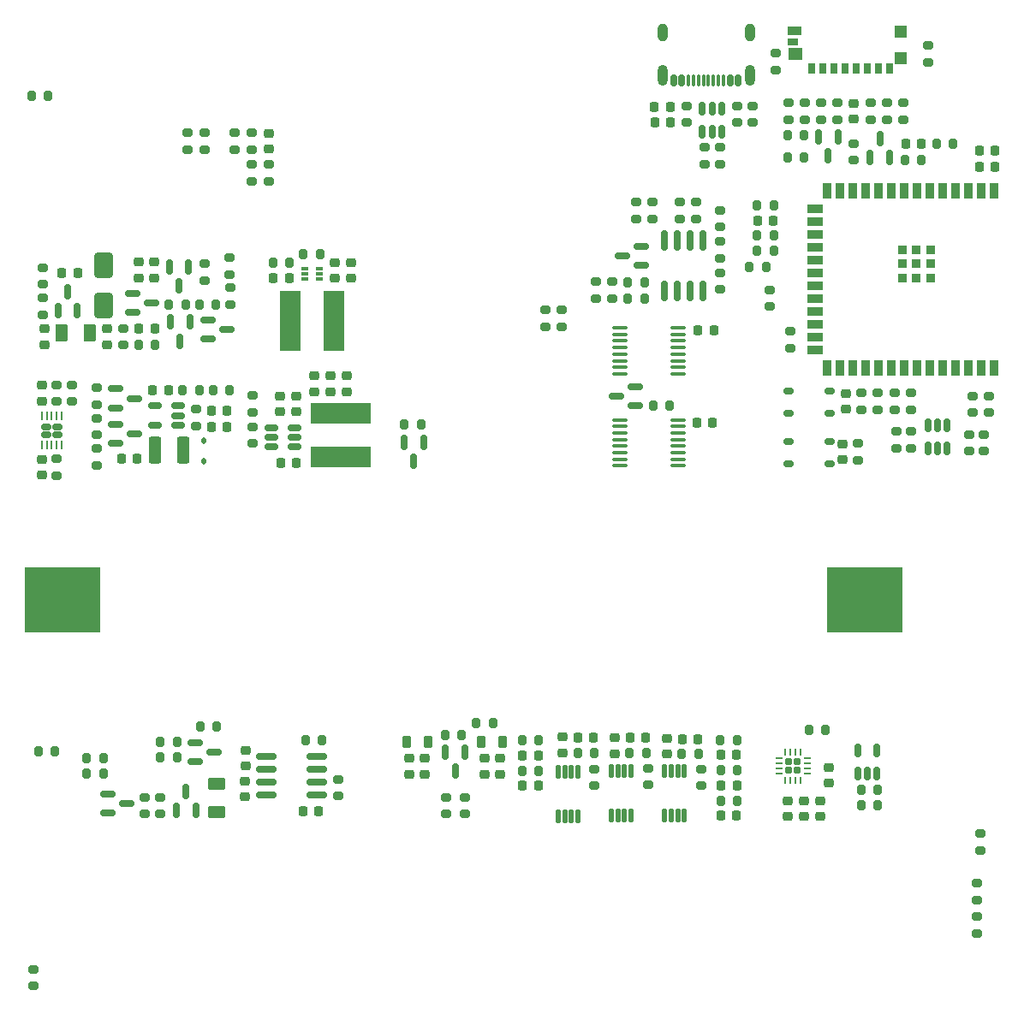
<source format=gtp>
G04 #@! TF.GenerationSoftware,KiCad,Pcbnew,8.0.4*
G04 #@! TF.CreationDate,2025-03-13T03:49:55-05:00*
G04 #@! TF.ProjectId,Unify_1,556e6966-795f-4312-9e6b-696361645f70,rev?*
G04 #@! TF.SameCoordinates,Original*
G04 #@! TF.FileFunction,Paste,Top*
G04 #@! TF.FilePolarity,Positive*
%FSLAX46Y46*%
G04 Gerber Fmt 4.6, Leading zero omitted, Abs format (unit mm)*
G04 Created by KiCad (PCBNEW 8.0.4) date 2025-03-13 03:49:55*
%MOMM*%
%LPD*%
G01*
G04 APERTURE LIST*
G04 Aperture macros list*
%AMRoundRect*
0 Rectangle with rounded corners*
0 $1 Rounding radius*
0 $2 $3 $4 $5 $6 $7 $8 $9 X,Y pos of 4 corners*
0 Add a 4 corners polygon primitive as box body*
4,1,4,$2,$3,$4,$5,$6,$7,$8,$9,$2,$3,0*
0 Add four circle primitives for the rounded corners*
1,1,$1+$1,$2,$3*
1,1,$1+$1,$4,$5*
1,1,$1+$1,$6,$7*
1,1,$1+$1,$8,$9*
0 Add four rect primitives between the rounded corners*
20,1,$1+$1,$2,$3,$4,$5,0*
20,1,$1+$1,$4,$5,$6,$7,0*
20,1,$1+$1,$6,$7,$8,$9,0*
20,1,$1+$1,$8,$9,$2,$3,0*%
G04 Aperture macros list end*
%ADD10R,0.900000X1.500000*%
%ADD11R,1.500000X0.900000*%
%ADD12R,0.900000X0.900000*%
%ADD13RoundRect,0.200000X-0.275000X0.200000X-0.275000X-0.200000X0.275000X-0.200000X0.275000X0.200000X0*%
%ADD14R,2.006600X5.994400*%
%ADD15R,5.994400X2.006600*%
%ADD16RoundRect,0.060000X-0.060000X-0.240000X0.060000X-0.240000X0.060000X0.240000X-0.060000X0.240000X0*%
%ADD17RoundRect,0.060000X0.240000X-0.060000X0.240000X0.060000X-0.240000X0.060000X-0.240000X-0.060000X0*%
%ADD18RoundRect,0.060000X-0.240000X0.060000X-0.240000X-0.060000X0.240000X-0.060000X0.240000X0.060000X0*%
%ADD19RoundRect,0.170000X-0.170000X-0.170000X0.170000X-0.170000X0.170000X0.170000X-0.170000X0.170000X0*%
%ADD20RoundRect,0.225000X0.250000X-0.225000X0.250000X0.225000X-0.250000X0.225000X-0.250000X-0.225000X0*%
%ADD21RoundRect,0.225000X0.225000X0.250000X-0.225000X0.250000X-0.225000X-0.250000X0.225000X-0.250000X0*%
%ADD22RoundRect,0.225000X-0.250000X0.225000X-0.250000X-0.225000X0.250000X-0.225000X0.250000X0.225000X0*%
%ADD23RoundRect,0.225000X-0.225000X-0.250000X0.225000X-0.250000X0.225000X0.250000X-0.225000X0.250000X0*%
%ADD24RoundRect,0.200000X0.275000X-0.200000X0.275000X0.200000X-0.275000X0.200000X-0.275000X-0.200000X0*%
%ADD25R,7.460000X6.470000*%
%ADD26RoundRect,0.112500X0.112500X-0.587500X0.112500X0.587500X-0.112500X0.587500X-0.112500X-0.587500X0*%
%ADD27RoundRect,0.150000X0.512500X0.150000X-0.512500X0.150000X-0.512500X-0.150000X0.512500X-0.150000X0*%
%ADD28RoundRect,0.200000X0.200000X0.275000X-0.200000X0.275000X-0.200000X-0.275000X0.200000X-0.275000X0*%
%ADD29RoundRect,0.250000X-0.375000X-1.075000X0.375000X-1.075000X0.375000X1.075000X-0.375000X1.075000X0*%
%ADD30RoundRect,0.112500X-0.112500X0.187500X-0.112500X-0.187500X0.112500X-0.187500X0.112500X0.187500X0*%
%ADD31R,0.711200X0.990600*%
%ADD32R,1.143000X1.193800*%
%ADD33R,1.447800X1.193800*%
%ADD34R,0.990600X0.711200*%
%ADD35R,1.397000X0.889000*%
%ADD36RoundRect,0.085000X-0.265000X-0.085000X0.265000X-0.085000X0.265000X0.085000X-0.265000X0.085000X0*%
%ADD37RoundRect,0.100000X-0.637500X-0.100000X0.637500X-0.100000X0.637500X0.100000X-0.637500X0.100000X0*%
%ADD38RoundRect,0.062500X0.062500X-0.350000X0.062500X0.350000X-0.062500X0.350000X-0.062500X-0.350000X0*%
%ADD39RoundRect,0.160000X0.315000X-0.160000X0.315000X0.160000X-0.315000X0.160000X-0.315000X-0.160000X0*%
%ADD40RoundRect,0.200000X-0.200000X-0.275000X0.200000X-0.275000X0.200000X0.275000X-0.200000X0.275000X0*%
%ADD41RoundRect,0.150000X-0.587500X-0.150000X0.587500X-0.150000X0.587500X0.150000X-0.587500X0.150000X0*%
%ADD42RoundRect,0.150000X0.150000X-0.587500X0.150000X0.587500X-0.150000X0.587500X-0.150000X-0.587500X0*%
%ADD43RoundRect,0.150000X0.587500X0.150000X-0.587500X0.150000X-0.587500X-0.150000X0.587500X-0.150000X0*%
%ADD44RoundRect,0.150000X-0.150000X0.587500X-0.150000X-0.587500X0.150000X-0.587500X0.150000X0.587500X0*%
%ADD45RoundRect,0.250000X0.625000X-0.375000X0.625000X0.375000X-0.625000X0.375000X-0.625000X-0.375000X0*%
%ADD46RoundRect,0.250000X0.650000X-1.000000X0.650000X1.000000X-0.650000X1.000000X-0.650000X-1.000000X0*%
%ADD47RoundRect,0.218750X-0.218750X-0.256250X0.218750X-0.256250X0.218750X0.256250X-0.218750X0.256250X0*%
%ADD48O,1.000000X1.800000*%
%ADD49O,1.000000X2.100000*%
%ADD50RoundRect,0.150000X0.150000X0.425000X-0.150000X0.425000X-0.150000X-0.425000X0.150000X-0.425000X0*%
%ADD51RoundRect,0.075000X0.075000X0.500000X-0.075000X0.500000X-0.075000X-0.500000X0.075000X-0.500000X0*%
%ADD52RoundRect,0.250000X0.375000X0.625000X-0.375000X0.625000X-0.375000X-0.625000X0.375000X-0.625000X0*%
%ADD53RoundRect,0.218750X-0.218750X-0.381250X0.218750X-0.381250X0.218750X0.381250X-0.218750X0.381250X0*%
%ADD54RoundRect,0.150000X0.150000X-0.825000X0.150000X0.825000X-0.150000X0.825000X-0.150000X-0.825000X0*%
%ADD55RoundRect,0.150000X-0.825000X-0.150000X0.825000X-0.150000X0.825000X0.150000X-0.825000X0.150000X0*%
%ADD56RoundRect,0.150000X-0.150000X0.512500X-0.150000X-0.512500X0.150000X-0.512500X0.150000X0.512500X0*%
%ADD57RoundRect,0.150000X0.150000X-0.512500X0.150000X0.512500X-0.150000X0.512500X-0.150000X-0.512500X0*%
%ADD58RoundRect,0.218750X0.218750X0.256250X-0.218750X0.256250X-0.218750X-0.256250X0.218750X-0.256250X0*%
%ADD59RoundRect,0.175000X-0.325000X-0.175000X0.325000X-0.175000X0.325000X0.175000X-0.325000X0.175000X0*%
G04 APERTURE END LIST*
D10*
X228520000Y-85050000D03*
X227250000Y-85050000D03*
X225980000Y-85050000D03*
X224710000Y-85050000D03*
X223440000Y-85050000D03*
X222170000Y-85050000D03*
X220900000Y-85050000D03*
X219630000Y-85050000D03*
X218360000Y-85050000D03*
X217090000Y-85050000D03*
X215820000Y-85050000D03*
X214550000Y-85050000D03*
X213280000Y-85050000D03*
X212010000Y-85050000D03*
D11*
X210760000Y-83285000D03*
X210760000Y-82015000D03*
X210760000Y-80745000D03*
X210760000Y-79475000D03*
X210760000Y-78205000D03*
X210760000Y-76935000D03*
X210760000Y-75665000D03*
X210760000Y-74395000D03*
X210760000Y-73125000D03*
X210760000Y-71855000D03*
X210760000Y-70585000D03*
X210760000Y-69315000D03*
D10*
X212010000Y-67550000D03*
X213280000Y-67550000D03*
X214550000Y-67550000D03*
X215820000Y-67550000D03*
X217090000Y-67550000D03*
X218360000Y-67550000D03*
X219630000Y-67550000D03*
X220900000Y-67550000D03*
X222170000Y-67550000D03*
X223440000Y-67550000D03*
X224710000Y-67550000D03*
X225980000Y-67550000D03*
X227250000Y-67550000D03*
X228520000Y-67550000D03*
D12*
X220800000Y-76200000D03*
X222200000Y-76200000D03*
X219400000Y-76195606D03*
X220800000Y-74800000D03*
X222200000Y-74800000D03*
X219400000Y-74795606D03*
X220800000Y-73400000D03*
X222200000Y-73400000D03*
X219400000Y-73395606D03*
D13*
X218800000Y-91375000D03*
X218800000Y-93025000D03*
X220300000Y-91375000D03*
X220300000Y-93025000D03*
D14*
X163209000Y-80450000D03*
X158891000Y-80450000D03*
D15*
X163846500Y-93918000D03*
X163846500Y-89600000D03*
D16*
X207855000Y-123080000D03*
X208355000Y-123080000D03*
X208855000Y-123080000D03*
X209355000Y-123080000D03*
D17*
X210005000Y-123730000D03*
X210005000Y-124230000D03*
X210005000Y-124730000D03*
X210005000Y-125230000D03*
D16*
X209355000Y-125880000D03*
X208855000Y-125880000D03*
X208355000Y-125880000D03*
X207855000Y-125880000D03*
D17*
X207205000Y-125230000D03*
X207205000Y-124730000D03*
D18*
X207205000Y-124230000D03*
D17*
X207205000Y-123730000D03*
D19*
X209025000Y-124900000D03*
X209025000Y-124060000D03*
X208185000Y-124900000D03*
X208185000Y-124060000D03*
D20*
X154500000Y-124475000D03*
X154500000Y-122925000D03*
D21*
X143756250Y-94100000D03*
X142206250Y-94100000D03*
D22*
X208100000Y-127920000D03*
X208100000Y-129470000D03*
D23*
X151106250Y-89300000D03*
X152656250Y-89300000D03*
D20*
X159446500Y-87884000D03*
X159446500Y-89434000D03*
X162846500Y-87434000D03*
X162846500Y-85884000D03*
X161246500Y-87434000D03*
X161246500Y-85884000D03*
D23*
X151106250Y-90900000D03*
X152656250Y-90900000D03*
D22*
X164900000Y-74675000D03*
X164900000Y-76225000D03*
X163300000Y-74675000D03*
X163300000Y-76225000D03*
X134600000Y-81225000D03*
X134600000Y-82775000D03*
D20*
X143900000Y-76175000D03*
X143900000Y-74625000D03*
X145400000Y-76175000D03*
X145400000Y-74625000D03*
D24*
X201400000Y-74225000D03*
X201400000Y-72575000D03*
D25*
X215670000Y-108000000D03*
X136330000Y-108000000D03*
D26*
X195925000Y-129412500D03*
X196575000Y-129412500D03*
X197225000Y-129412500D03*
X197875000Y-129412500D03*
X197875000Y-125012500D03*
X197225000Y-125012500D03*
X196575000Y-125012500D03*
X195925000Y-125012500D03*
X190650000Y-129387500D03*
X191300000Y-129387500D03*
X191950000Y-129387500D03*
X192600000Y-129387500D03*
X192600000Y-124987500D03*
X191950000Y-124987500D03*
X191300000Y-124987500D03*
X190650000Y-124987500D03*
X185387500Y-129420000D03*
X186037500Y-129420000D03*
X186687500Y-129420000D03*
X187337500Y-129420000D03*
X187337500Y-125020000D03*
X186687500Y-125020000D03*
X186037500Y-125020000D03*
X185387500Y-125020000D03*
D27*
X145537500Y-90743750D03*
X145537500Y-88843750D03*
X147812500Y-88843750D03*
X147812500Y-89793750D03*
X147812500Y-90743750D03*
D28*
X149906250Y-87300000D03*
X148256250Y-87300000D03*
D24*
X149581250Y-89168750D03*
X149581250Y-90818750D03*
D29*
X148281250Y-93193750D03*
X145481250Y-93193750D03*
D30*
X150381250Y-94350000D03*
X150381250Y-92250000D03*
D31*
X210449999Y-55484000D03*
X211550000Y-55484000D03*
X212650000Y-55484000D03*
X213750000Y-55484000D03*
X214850001Y-55484000D03*
X215950001Y-55484000D03*
X217050002Y-55484000D03*
X218149999Y-55484000D03*
D32*
X219225001Y-51844000D03*
X219225001Y-54434000D03*
D33*
X208824999Y-53994001D03*
D34*
X208600001Y-52844000D03*
D35*
X208800000Y-51694000D03*
D36*
X160300000Y-75300000D03*
X160300000Y-75800000D03*
X160300000Y-76300000D03*
X161800000Y-76300000D03*
X161800000Y-75800000D03*
X161800000Y-75300000D03*
D37*
X191525000Y-90225000D03*
X191525000Y-90875000D03*
X191525000Y-91525000D03*
X191525000Y-92175000D03*
X191525000Y-92825000D03*
X191525000Y-93475000D03*
X191525000Y-94125000D03*
X191525000Y-94775000D03*
X197250000Y-94775000D03*
X197250000Y-94125000D03*
X197250000Y-93475000D03*
X197250000Y-92825000D03*
X197250000Y-92175000D03*
X197250000Y-91525000D03*
X197250000Y-90875000D03*
X197250000Y-90225000D03*
D27*
X159284000Y-92909000D03*
X159284000Y-91959000D03*
X159284000Y-91009000D03*
X157009000Y-91009000D03*
X157009000Y-91959000D03*
X157009000Y-92909000D03*
D38*
X134310000Y-89867500D03*
X134810000Y-89867500D03*
X135310000Y-89867500D03*
X135810000Y-89867500D03*
X136310000Y-89867500D03*
X136310000Y-92742500D03*
X135810000Y-92742500D03*
X135310000Y-92742500D03*
X134810000Y-92742500D03*
X134310000Y-92742500D03*
D39*
X135900000Y-90910000D03*
X134720000Y-90910000D03*
X135900000Y-91700000D03*
X134720000Y-91700000D03*
D28*
X140425000Y-125200000D03*
X138775000Y-125200000D03*
D40*
X146045000Y-123615000D03*
X147695000Y-123615000D03*
D24*
X144500000Y-129225000D03*
X144500000Y-127575000D03*
D28*
X147695000Y-122115000D03*
X146045000Y-122115000D03*
D40*
X149975000Y-120600000D03*
X151625000Y-120600000D03*
D13*
X146000000Y-127575000D03*
X146000000Y-129225000D03*
X227500000Y-91675000D03*
X227500000Y-93325000D03*
D24*
X226000000Y-93325000D03*
X226000000Y-91675000D03*
D28*
X224425000Y-62900000D03*
X222775000Y-62900000D03*
X171825000Y-90700000D03*
X170175000Y-90700000D03*
X158825000Y-74700000D03*
X157175000Y-74700000D03*
D40*
X177275000Y-120200000D03*
X178925000Y-120200000D03*
D28*
X161825000Y-73800000D03*
X160175000Y-73800000D03*
X175825000Y-121400000D03*
X174175000Y-121400000D03*
D40*
X208075000Y-64300000D03*
X209725000Y-64300000D03*
D13*
X139781250Y-88725000D03*
X139781250Y-87075000D03*
X155146500Y-90934000D03*
X155146500Y-92584000D03*
D24*
X214600000Y-64525000D03*
X214600000Y-62875000D03*
D28*
X221325000Y-64500000D03*
X219675000Y-64500000D03*
D24*
X139781250Y-90075000D03*
X139781250Y-91725000D03*
D13*
X155146500Y-87834000D03*
X155146500Y-89484000D03*
X139781250Y-94725000D03*
X139781250Y-93075000D03*
D24*
X135800000Y-88425000D03*
X135800000Y-86775000D03*
X137300000Y-88425000D03*
X137300000Y-86775000D03*
D28*
X151525000Y-78800000D03*
X149875000Y-78800000D03*
D24*
X150400000Y-76425000D03*
X150400000Y-74775000D03*
D13*
X134400000Y-78175000D03*
X134400000Y-79825000D03*
X153000000Y-77175000D03*
X153000000Y-78825000D03*
D24*
X135800000Y-95725000D03*
X135800000Y-94075000D03*
X152900000Y-75825000D03*
X152900000Y-74175000D03*
D40*
X146875000Y-78800000D03*
X148525000Y-78800000D03*
X143875000Y-82800000D03*
X145525000Y-82800000D03*
D13*
X142400000Y-81175000D03*
X142400000Y-82825000D03*
D40*
X208075000Y-62075000D03*
X209725000Y-62075000D03*
D24*
X185700000Y-79375000D03*
X185700000Y-81025000D03*
X189100000Y-78225000D03*
X189100000Y-76575000D03*
D40*
X192275000Y-78200000D03*
X193925000Y-78200000D03*
D13*
X190700000Y-76575000D03*
X190700000Y-78225000D03*
D40*
X192275000Y-76600000D03*
X193925000Y-76600000D03*
D13*
X155100000Y-64950000D03*
X155100000Y-66600000D03*
D41*
X140825000Y-127250000D03*
X140825000Y-129150000D03*
X142700000Y-128200000D03*
X149462500Y-122150000D03*
X149462500Y-124050000D03*
X151337500Y-123100000D03*
D42*
X147650000Y-128837500D03*
X149550000Y-128837500D03*
X148600000Y-126962500D03*
D43*
X191162500Y-87900000D03*
X193037500Y-86950000D03*
X193037500Y-88850000D03*
D44*
X172075000Y-92462500D03*
X170175000Y-92462500D03*
X171125000Y-94337500D03*
X176150000Y-123125000D03*
X174250000Y-123125000D03*
X175200000Y-125000000D03*
D41*
X143481250Y-88100000D03*
X141606250Y-89050000D03*
X141606250Y-87150000D03*
D42*
X216250000Y-64237500D03*
X218150000Y-64237500D03*
X217200000Y-62362500D03*
D41*
X143481250Y-91600000D03*
X141606250Y-92550000D03*
X141606250Y-90650000D03*
D44*
X148850000Y-75125000D03*
X146950000Y-75125000D03*
X147900000Y-77000000D03*
X148950000Y-80562500D03*
X147050000Y-80562500D03*
X148000000Y-82437500D03*
D42*
X135950000Y-79437500D03*
X137850000Y-79437500D03*
X136900000Y-77562500D03*
D41*
X143300000Y-77700000D03*
X143300000Y-79600000D03*
X145175000Y-78650000D03*
D43*
X193637500Y-74950000D03*
X193637500Y-73050000D03*
X191762500Y-74000000D03*
D45*
X151600000Y-129000000D03*
X151600000Y-126200000D03*
D46*
X140400000Y-78900000D03*
X140400000Y-74900000D03*
D23*
X199112500Y-90500000D03*
X200662500Y-90500000D03*
D21*
X158775000Y-76200000D03*
X157225000Y-76200000D03*
D20*
X164446500Y-87434000D03*
X164446500Y-85884000D03*
D23*
X219725000Y-62900000D03*
X221275000Y-62900000D03*
D21*
X159521500Y-94459000D03*
X157971500Y-94459000D03*
D20*
X157846500Y-87884000D03*
X157846500Y-89434000D03*
D21*
X137875000Y-75700000D03*
X136325000Y-75700000D03*
D22*
X134300000Y-94125000D03*
X134300000Y-95675000D03*
D20*
X134300000Y-88375000D03*
X134300000Y-86825000D03*
D23*
X143925000Y-81200000D03*
X145475000Y-81200000D03*
D22*
X140800000Y-81225000D03*
X140800000Y-82775000D03*
X172200000Y-125275000D03*
X172200000Y-123725000D03*
D20*
X196125000Y-123275000D03*
X196125000Y-121725000D03*
D28*
X194775000Y-88800000D03*
X196425000Y-88800000D03*
D23*
X227025000Y-63604394D03*
X228575000Y-63604394D03*
D13*
X198100000Y-59175000D03*
X198100000Y-60825000D03*
D40*
X138775000Y-123700000D03*
X140425000Y-123700000D03*
D47*
X205100000Y-70500000D03*
X206675000Y-70500000D03*
D40*
X181825000Y-124950000D03*
X183475000Y-124950000D03*
D24*
X219500000Y-60500000D03*
X219500000Y-58850000D03*
D48*
X195680000Y-51925000D03*
D49*
X195680000Y-56105000D03*
D48*
X204320000Y-51925000D03*
D49*
X204320000Y-56105000D03*
D50*
X203200000Y-56680000D03*
X202400000Y-56680000D03*
D51*
X201750000Y-56680000D03*
X200750000Y-56680000D03*
X199250000Y-56680000D03*
X198250000Y-56680000D03*
D50*
X197600000Y-56680000D03*
X196800000Y-56680000D03*
X196800000Y-56680000D03*
X197600000Y-56680000D03*
D51*
X198750000Y-56680000D03*
X199750000Y-56680000D03*
X200250000Y-56680000D03*
X201250000Y-56680000D03*
D50*
X202400000Y-56680000D03*
X203200000Y-56680000D03*
D28*
X203100000Y-124900000D03*
X201450000Y-124900000D03*
D24*
X220300000Y-87575000D03*
X220300000Y-89225000D03*
D52*
X139100000Y-81600000D03*
X136300000Y-81600000D03*
D20*
X156800000Y-63450000D03*
X156800000Y-61900000D03*
D24*
X208300000Y-83125000D03*
X208300000Y-81475000D03*
D13*
X199900000Y-63275000D03*
X199900000Y-64925000D03*
D24*
X217000000Y-87575000D03*
X217000000Y-89225000D03*
D13*
X201400000Y-63275000D03*
X201400000Y-64925000D03*
D40*
X151256250Y-87300000D03*
X152906250Y-87300000D03*
D20*
X185825000Y-123175000D03*
X185825000Y-121625000D03*
D23*
X227025000Y-65200000D03*
X228575000Y-65200000D03*
D13*
X133500000Y-144575000D03*
X133500000Y-146225000D03*
D23*
X192475000Y-121700000D03*
X194025000Y-121700000D03*
D22*
X211300000Y-127925000D03*
X211300000Y-129475000D03*
D13*
X163625000Y-125810000D03*
X163625000Y-127460000D03*
D23*
X199212500Y-81400000D03*
X200762500Y-81400000D03*
D40*
X205075000Y-73500000D03*
X206725000Y-73500000D03*
X160375000Y-121900000D03*
X162025000Y-121900000D03*
D13*
X148700000Y-61850000D03*
X148700000Y-63500000D03*
D23*
X181875000Y-126450000D03*
X183425000Y-126450000D03*
D22*
X214600000Y-58900000D03*
X214600000Y-60450000D03*
D28*
X135625000Y-123000000D03*
X133975000Y-123000000D03*
D22*
X212125000Y-124625000D03*
X212125000Y-126175000D03*
D13*
X226800000Y-139375000D03*
X226800000Y-141025000D03*
D24*
X209800000Y-60500000D03*
X209800000Y-58850000D03*
D23*
X187350000Y-121700000D03*
X188900000Y-121700000D03*
D24*
X217900000Y-60500000D03*
X217900000Y-58850000D03*
D13*
X184120000Y-81025000D03*
X184120000Y-79375000D03*
X176200000Y-127575000D03*
X176200000Y-129225000D03*
D21*
X161700000Y-128935000D03*
X160150000Y-128935000D03*
D22*
X179600000Y-125275000D03*
X179600000Y-123725000D03*
D53*
X179862500Y-122100000D03*
X177737500Y-122100000D03*
D28*
X217000000Y-126862500D03*
X215350000Y-126862500D03*
D54*
X195860000Y-77455552D03*
X197130000Y-77455552D03*
X198400000Y-77455552D03*
X199670000Y-77455552D03*
X199670000Y-72505552D03*
X198400000Y-72505552D03*
X197130000Y-72505552D03*
X195860000Y-72505552D03*
D22*
X213500000Y-92625000D03*
X213500000Y-94175000D03*
D24*
X226400000Y-89525000D03*
X226400000Y-87875000D03*
D28*
X206725000Y-69000000D03*
X205075000Y-69000000D03*
D23*
X197650000Y-121800000D03*
X199200000Y-121800000D03*
D22*
X178100000Y-125275000D03*
X178100000Y-123725000D03*
D13*
X201400000Y-75675000D03*
X201400000Y-77325000D03*
D55*
X156550000Y-123530000D03*
X156550000Y-124800000D03*
X156550000Y-126070000D03*
X156550000Y-127340000D03*
X161500000Y-127340000D03*
X161500000Y-126070000D03*
X161500000Y-124800000D03*
X161500000Y-123530000D03*
D20*
X190950000Y-123250000D03*
X190950000Y-121700000D03*
D21*
X203025000Y-129400000D03*
X201475000Y-129400000D03*
D24*
X156800000Y-66600000D03*
X156800000Y-64950000D03*
D21*
X203025000Y-123400000D03*
X201475000Y-123400000D03*
D40*
X187325000Y-123200000D03*
X188975000Y-123200000D03*
D13*
X150400000Y-61850000D03*
X150400000Y-63500000D03*
D28*
X211825000Y-120900000D03*
X210175000Y-120900000D03*
D24*
X206300000Y-79025000D03*
X206300000Y-77375000D03*
D22*
X170700000Y-125275000D03*
X170700000Y-123725000D03*
D23*
X194930001Y-60800000D03*
X196480001Y-60800000D03*
D28*
X203075000Y-121900000D03*
X201425000Y-121900000D03*
D24*
X211400000Y-60500000D03*
X211400000Y-58850000D03*
X215000000Y-94225000D03*
X215000000Y-92575000D03*
D41*
X150762500Y-80350000D03*
X150762500Y-82250000D03*
X152637500Y-81300000D03*
D56*
X201550000Y-59425000D03*
X200600000Y-59425000D03*
X199650000Y-59425000D03*
X199650000Y-61700000D03*
X200600000Y-61700000D03*
X201550000Y-61700000D03*
D24*
X193100000Y-70325000D03*
X193100000Y-68675000D03*
X215400000Y-89225000D03*
X215400000Y-87575000D03*
D57*
X215025000Y-125200000D03*
X215975000Y-125200000D03*
X216925000Y-125200000D03*
X216925000Y-122925000D03*
X215025000Y-122925000D03*
D28*
X203100000Y-127900000D03*
X201450000Y-127900000D03*
D22*
X209700000Y-127925000D03*
X209700000Y-129475000D03*
D13*
X206900000Y-53975000D03*
X206900000Y-55625000D03*
D40*
X197600000Y-123300000D03*
X199250000Y-123300000D03*
D24*
X188925000Y-126425000D03*
X188925000Y-124775000D03*
X226800000Y-137725000D03*
X226800000Y-136075000D03*
D21*
X203050000Y-126400000D03*
X201500000Y-126400000D03*
D53*
X172562500Y-122100000D03*
X170437500Y-122100000D03*
D58*
X196487500Y-59300000D03*
X194912500Y-59300000D03*
D24*
X227100000Y-132825000D03*
X227100000Y-131175000D03*
X208200000Y-60500000D03*
X208200000Y-58850000D03*
D28*
X134955000Y-58210000D03*
X133305000Y-58210000D03*
D24*
X194250000Y-126325000D03*
X194250000Y-124675000D03*
X216300000Y-60500000D03*
X216300000Y-58850000D03*
D59*
X208200000Y-92400000D03*
X212200000Y-92400000D03*
X208200000Y-94550000D03*
X212200000Y-94550000D03*
D13*
X201400000Y-69475000D03*
X201400000Y-71125000D03*
D37*
X191525000Y-81125000D03*
X191525000Y-81775000D03*
X191525000Y-82425000D03*
X191525000Y-83075000D03*
X191525000Y-83725000D03*
X191525000Y-84375000D03*
X191525000Y-85025000D03*
X191525000Y-85675000D03*
X197250000Y-85675000D03*
X197250000Y-85025000D03*
X197250000Y-84375000D03*
X197250000Y-83725000D03*
X197250000Y-83075000D03*
X197250000Y-82425000D03*
X197250000Y-81775000D03*
X197250000Y-81125000D03*
D24*
X204600000Y-60825000D03*
X204600000Y-59175000D03*
X222000000Y-54825000D03*
X222000000Y-53175000D03*
D56*
X223850000Y-90762500D03*
X222900000Y-90762500D03*
X221950000Y-90762500D03*
X221950000Y-93037500D03*
X222900000Y-93037500D03*
X223850000Y-93037500D03*
D24*
X218700000Y-87575000D03*
X218700000Y-89225000D03*
D22*
X154425000Y-125960000D03*
X154425000Y-127510000D03*
D23*
X146850000Y-87293750D03*
X145300000Y-87293750D03*
D22*
X213800000Y-87625000D03*
X213800000Y-89175000D03*
D13*
X155100000Y-61850000D03*
X155100000Y-63500000D03*
X203100000Y-59175000D03*
X203100000Y-60825000D03*
D40*
X215350000Y-128362500D03*
X217000000Y-128362500D03*
D13*
X228000000Y-87875000D03*
X228000000Y-89525000D03*
D23*
X181875000Y-123450000D03*
X183425000Y-123450000D03*
D40*
X205925000Y-75100000D03*
X204275000Y-75100000D03*
D24*
X199525000Y-126425000D03*
X199525000Y-124775000D03*
D13*
X194700000Y-68675000D03*
X194700000Y-70325000D03*
X199000000Y-68675000D03*
X199000000Y-70325000D03*
D24*
X213000000Y-60500000D03*
X213000000Y-58850000D03*
D40*
X192425000Y-123200000D03*
X194075000Y-123200000D03*
D13*
X197400000Y-68675000D03*
X197400000Y-70325000D03*
X153400000Y-61850000D03*
X153400000Y-63500000D03*
D40*
X181825000Y-121950000D03*
X183475000Y-121950000D03*
D13*
X174300000Y-127575000D03*
X174300000Y-129225000D03*
D40*
X205075000Y-72000000D03*
X206725000Y-72000000D03*
D59*
X208200000Y-87400000D03*
X212200000Y-87400000D03*
X208200000Y-89550000D03*
X212200000Y-89550000D03*
D13*
X134400000Y-75175000D03*
X134400000Y-76825000D03*
D44*
X213050000Y-62225000D03*
X211150000Y-62225000D03*
X212100000Y-64100000D03*
M02*

</source>
